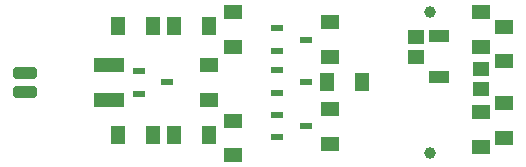
<source format=gbr>
%TF.GenerationSoftware,Altium Limited,Altium Designer,18.1.7 (191)*%
G04 Layer_Color=8421504*
%FSLAX45Y45*%
%MOMM*%
%TF.FileFunction,Paste,Top*%
%TF.Part,Single*%
G01*
G75*
%TA.AperFunction,SMDPad,CuDef*%
%ADD10R,1.75000X1.00000*%
%ADD11R,1.55000X1.30000*%
%ADD12R,1.00000X0.60000*%
%ADD13R,1.30000X1.55000*%
%ADD14R,2.65000X1.15000*%
%ADD15R,1.35000X1.20000*%
G04:AMPARAMS|DCode=16|XSize=1mm|YSize=2mm|CornerRadius=0.25mm|HoleSize=0mm|Usage=FLASHONLY|Rotation=90.000|XOffset=0mm|YOffset=0mm|HoleType=Round|Shape=RoundedRectangle|*
%AMROUNDEDRECTD16*
21,1,1.00000,1.50000,0,0,90.0*
21,1,0.50000,2.00000,0,0,90.0*
1,1,0.50000,0.75000,0.25000*
1,1,0.50000,0.75000,-0.25000*
1,1,0.50000,-0.75000,-0.25000*
1,1,0.50000,-0.75000,0.25000*
%
%ADD16ROUNDEDRECTD16*%
%TA.AperFunction,FiducialPad,Global*%
%ADD17C,1.00000*%
D10*
X-1525000Y42500D02*
D03*
Y392500D02*
D03*
D11*
X-2450000Y510000D02*
D03*
Y215000D02*
D03*
X-3275000Y-617500D02*
D03*
Y-322500D02*
D03*
Y302500D02*
D03*
Y597500D02*
D03*
X-3477500Y147500D02*
D03*
Y-147500D02*
D03*
X-2450000Y-222500D02*
D03*
Y-517500D02*
D03*
X-1175000Y-252500D02*
D03*
Y-547500D02*
D03*
Y302500D02*
D03*
Y597500D02*
D03*
X-975000Y177500D02*
D03*
Y472500D02*
D03*
Y-472500D02*
D03*
Y-177500D02*
D03*
D12*
X-2895000Y-275000D02*
D03*
Y-465000D02*
D03*
X-2655000Y-370000D02*
D03*
X-4070000Y95000D02*
D03*
Y-95000D02*
D03*
X-3830000Y0D02*
D03*
X-2895000Y457500D02*
D03*
Y267500D02*
D03*
X-2655000Y362500D02*
D03*
X-2895000Y102500D02*
D03*
Y-87500D02*
D03*
X-2655000Y7500D02*
D03*
D13*
X-3477500Y475000D02*
D03*
X-3772500D02*
D03*
X-3772500Y-445000D02*
D03*
X-3477500D02*
D03*
X-3952500D02*
D03*
X-4247500D02*
D03*
X-3952500Y475000D02*
D03*
X-4247500D02*
D03*
X-2177500Y0D02*
D03*
X-2472500D02*
D03*
D14*
X-4325000Y147500D02*
D03*
Y-147500D02*
D03*
D15*
X-1725000Y217500D02*
D03*
Y387500D02*
D03*
X-1175000Y110000D02*
D03*
Y-60000D02*
D03*
D16*
X-5035000Y-80000D02*
D03*
Y80000D02*
D03*
D17*
X-1600000Y600000D02*
D03*
Y-600000D02*
D03*
%TF.MD5,45fa6ccacb1992bcde92c016a62842f6*%
M02*

</source>
